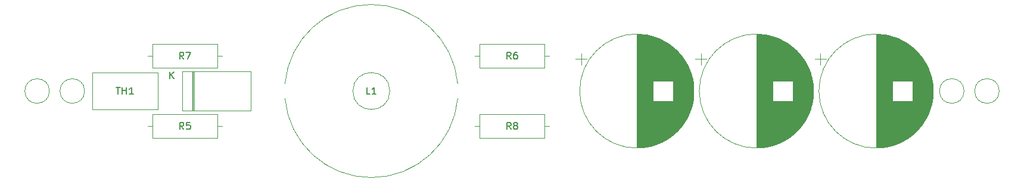
<source format=gto>
G04 #@! TF.GenerationSoftware,KiCad,Pcbnew,9.0.2-9.0.2-0~ubuntu22.04.1*
G04 #@! TF.CreationDate,2025-06-09T06:08:17+02:00*
G04 #@! TF.ProjectId,passive_PSU_Rev-A,70617373-6976-4655-9f50-53555f526576,rev?*
G04 #@! TF.SameCoordinates,Original*
G04 #@! TF.FileFunction,Legend,Top*
G04 #@! TF.FilePolarity,Positive*
%FSLAX46Y46*%
G04 Gerber Fmt 4.6, Leading zero omitted, Abs format (unit mm)*
G04 Created by KiCad (PCBNEW 9.0.2-9.0.2-0~ubuntu22.04.1) date 2025-06-09 06:08:17*
%MOMM*%
%LPD*%
G01*
G04 APERTURE LIST*
%ADD10C,0.150000*%
%ADD11C,0.120000*%
%ADD12C,1.600000*%
%ADD13R,2.400000X2.400000*%
%ADD14C,2.400000*%
%ADD15C,3.000000*%
%ADD16C,2.000000*%
%ADD17O,1.600000X1.600000*%
%ADD18C,3.600000*%
%ADD19C,5.600000*%
%ADD20O,2.400000X2.400000*%
G04 APERTURE END LIST*
D10*
X99833333Y-80454819D02*
X99357143Y-80454819D01*
X99357143Y-80454819D02*
X99357143Y-79454819D01*
X100690476Y-80454819D02*
X100119048Y-80454819D01*
X100404762Y-80454819D02*
X100404762Y-79454819D01*
X100404762Y-79454819D02*
X100309524Y-79597676D01*
X100309524Y-79597676D02*
X100214286Y-79692914D01*
X100214286Y-79692914D02*
X100119048Y-79740533D01*
X63714286Y-79454819D02*
X64285714Y-79454819D01*
X64000000Y-80454819D02*
X64000000Y-79454819D01*
X64619048Y-80454819D02*
X64619048Y-79454819D01*
X64619048Y-79931009D02*
X65190476Y-79931009D01*
X65190476Y-80454819D02*
X65190476Y-79454819D01*
X66190476Y-80454819D02*
X65619048Y-80454819D01*
X65904762Y-80454819D02*
X65904762Y-79454819D01*
X65904762Y-79454819D02*
X65809524Y-79597676D01*
X65809524Y-79597676D02*
X65714286Y-79692914D01*
X65714286Y-79692914D02*
X65619048Y-79740533D01*
X73333333Y-85454819D02*
X73000000Y-84978628D01*
X72761905Y-85454819D02*
X72761905Y-84454819D01*
X72761905Y-84454819D02*
X73142857Y-84454819D01*
X73142857Y-84454819D02*
X73238095Y-84502438D01*
X73238095Y-84502438D02*
X73285714Y-84550057D01*
X73285714Y-84550057D02*
X73333333Y-84645295D01*
X73333333Y-84645295D02*
X73333333Y-84788152D01*
X73333333Y-84788152D02*
X73285714Y-84883390D01*
X73285714Y-84883390D02*
X73238095Y-84931009D01*
X73238095Y-84931009D02*
X73142857Y-84978628D01*
X73142857Y-84978628D02*
X72761905Y-84978628D01*
X74238095Y-84454819D02*
X73761905Y-84454819D01*
X73761905Y-84454819D02*
X73714286Y-84931009D01*
X73714286Y-84931009D02*
X73761905Y-84883390D01*
X73761905Y-84883390D02*
X73857143Y-84835771D01*
X73857143Y-84835771D02*
X74095238Y-84835771D01*
X74095238Y-84835771D02*
X74190476Y-84883390D01*
X74190476Y-84883390D02*
X74238095Y-84931009D01*
X74238095Y-84931009D02*
X74285714Y-85026247D01*
X74285714Y-85026247D02*
X74285714Y-85264342D01*
X74285714Y-85264342D02*
X74238095Y-85359580D01*
X74238095Y-85359580D02*
X74190476Y-85407200D01*
X74190476Y-85407200D02*
X74095238Y-85454819D01*
X74095238Y-85454819D02*
X73857143Y-85454819D01*
X73857143Y-85454819D02*
X73761905Y-85407200D01*
X73761905Y-85407200D02*
X73714286Y-85359580D01*
X73333333Y-75454819D02*
X73000000Y-74978628D01*
X72761905Y-75454819D02*
X72761905Y-74454819D01*
X72761905Y-74454819D02*
X73142857Y-74454819D01*
X73142857Y-74454819D02*
X73238095Y-74502438D01*
X73238095Y-74502438D02*
X73285714Y-74550057D01*
X73285714Y-74550057D02*
X73333333Y-74645295D01*
X73333333Y-74645295D02*
X73333333Y-74788152D01*
X73333333Y-74788152D02*
X73285714Y-74883390D01*
X73285714Y-74883390D02*
X73238095Y-74931009D01*
X73238095Y-74931009D02*
X73142857Y-74978628D01*
X73142857Y-74978628D02*
X72761905Y-74978628D01*
X73666667Y-74454819D02*
X74333333Y-74454819D01*
X74333333Y-74454819D02*
X73904762Y-75454819D01*
X119833333Y-75454819D02*
X119500000Y-74978628D01*
X119261905Y-75454819D02*
X119261905Y-74454819D01*
X119261905Y-74454819D02*
X119642857Y-74454819D01*
X119642857Y-74454819D02*
X119738095Y-74502438D01*
X119738095Y-74502438D02*
X119785714Y-74550057D01*
X119785714Y-74550057D02*
X119833333Y-74645295D01*
X119833333Y-74645295D02*
X119833333Y-74788152D01*
X119833333Y-74788152D02*
X119785714Y-74883390D01*
X119785714Y-74883390D02*
X119738095Y-74931009D01*
X119738095Y-74931009D02*
X119642857Y-74978628D01*
X119642857Y-74978628D02*
X119261905Y-74978628D01*
X120690476Y-74454819D02*
X120500000Y-74454819D01*
X120500000Y-74454819D02*
X120404762Y-74502438D01*
X120404762Y-74502438D02*
X120357143Y-74550057D01*
X120357143Y-74550057D02*
X120261905Y-74692914D01*
X120261905Y-74692914D02*
X120214286Y-74883390D01*
X120214286Y-74883390D02*
X120214286Y-75264342D01*
X120214286Y-75264342D02*
X120261905Y-75359580D01*
X120261905Y-75359580D02*
X120309524Y-75407200D01*
X120309524Y-75407200D02*
X120404762Y-75454819D01*
X120404762Y-75454819D02*
X120595238Y-75454819D01*
X120595238Y-75454819D02*
X120690476Y-75407200D01*
X120690476Y-75407200D02*
X120738095Y-75359580D01*
X120738095Y-75359580D02*
X120785714Y-75264342D01*
X120785714Y-75264342D02*
X120785714Y-75026247D01*
X120785714Y-75026247D02*
X120738095Y-74931009D01*
X120738095Y-74931009D02*
X120690476Y-74883390D01*
X120690476Y-74883390D02*
X120595238Y-74835771D01*
X120595238Y-74835771D02*
X120404762Y-74835771D01*
X120404762Y-74835771D02*
X120309524Y-74883390D01*
X120309524Y-74883390D02*
X120261905Y-74931009D01*
X120261905Y-74931009D02*
X120214286Y-75026247D01*
X119833333Y-85454819D02*
X119500000Y-84978628D01*
X119261905Y-85454819D02*
X119261905Y-84454819D01*
X119261905Y-84454819D02*
X119642857Y-84454819D01*
X119642857Y-84454819D02*
X119738095Y-84502438D01*
X119738095Y-84502438D02*
X119785714Y-84550057D01*
X119785714Y-84550057D02*
X119833333Y-84645295D01*
X119833333Y-84645295D02*
X119833333Y-84788152D01*
X119833333Y-84788152D02*
X119785714Y-84883390D01*
X119785714Y-84883390D02*
X119738095Y-84931009D01*
X119738095Y-84931009D02*
X119642857Y-84978628D01*
X119642857Y-84978628D02*
X119261905Y-84978628D01*
X120404762Y-84883390D02*
X120309524Y-84835771D01*
X120309524Y-84835771D02*
X120261905Y-84788152D01*
X120261905Y-84788152D02*
X120214286Y-84692914D01*
X120214286Y-84692914D02*
X120214286Y-84645295D01*
X120214286Y-84645295D02*
X120261905Y-84550057D01*
X120261905Y-84550057D02*
X120309524Y-84502438D01*
X120309524Y-84502438D02*
X120404762Y-84454819D01*
X120404762Y-84454819D02*
X120595238Y-84454819D01*
X120595238Y-84454819D02*
X120690476Y-84502438D01*
X120690476Y-84502438D02*
X120738095Y-84550057D01*
X120738095Y-84550057D02*
X120785714Y-84645295D01*
X120785714Y-84645295D02*
X120785714Y-84692914D01*
X120785714Y-84692914D02*
X120738095Y-84788152D01*
X120738095Y-84788152D02*
X120690476Y-84835771D01*
X120690476Y-84835771D02*
X120595238Y-84883390D01*
X120595238Y-84883390D02*
X120404762Y-84883390D01*
X120404762Y-84883390D02*
X120309524Y-84931009D01*
X120309524Y-84931009D02*
X120261905Y-84978628D01*
X120261905Y-84978628D02*
X120214286Y-85073866D01*
X120214286Y-85073866D02*
X120214286Y-85264342D01*
X120214286Y-85264342D02*
X120261905Y-85359580D01*
X120261905Y-85359580D02*
X120309524Y-85407200D01*
X120309524Y-85407200D02*
X120404762Y-85454819D01*
X120404762Y-85454819D02*
X120595238Y-85454819D01*
X120595238Y-85454819D02*
X120690476Y-85407200D01*
X120690476Y-85407200D02*
X120738095Y-85359580D01*
X120738095Y-85359580D02*
X120785714Y-85264342D01*
X120785714Y-85264342D02*
X120785714Y-85073866D01*
X120785714Y-85073866D02*
X120738095Y-84978628D01*
X120738095Y-84978628D02*
X120690476Y-84931009D01*
X120690476Y-84931009D02*
X120595238Y-84883390D01*
X71388095Y-78254819D02*
X71388095Y-77254819D01*
X71959523Y-78254819D02*
X71530952Y-77683390D01*
X71959523Y-77254819D02*
X71388095Y-77826247D01*
D11*
X87730685Y-78940000D02*
G75*
G02*
X112279315Y-78940000I12274315J-1060000D01*
G01*
X112279315Y-81060000D02*
G75*
G02*
X87730685Y-81060000I-12274315J1060000D01*
G01*
X102635000Y-80000000D02*
G75*
G02*
X97375000Y-80000000I-2630000J0D01*
G01*
X97375000Y-80000000D02*
G75*
G02*
X102635000Y-80000000I2630000J0D01*
G01*
X146047755Y-75445000D02*
X147647755Y-75445000D01*
X146847755Y-74645000D02*
X146847755Y-76245000D01*
X154737246Y-71920000D02*
X154737246Y-88080000D01*
X154777246Y-71920000D02*
X154777246Y-88080000D01*
X154817246Y-71920000D02*
X154817246Y-88080000D01*
X154857246Y-71921000D02*
X154857246Y-88079000D01*
X154897246Y-71922000D02*
X154897246Y-88078000D01*
X154937246Y-71922000D02*
X154937246Y-88078000D01*
X154977246Y-71924000D02*
X154977246Y-88076000D01*
X155017246Y-71925000D02*
X155017246Y-88075000D01*
X155057246Y-71926000D02*
X155057246Y-88074000D01*
X155097246Y-71928000D02*
X155097246Y-88072000D01*
X155137246Y-71930000D02*
X155137246Y-88070000D01*
X155177246Y-71932000D02*
X155177246Y-88068000D01*
X155217246Y-71934000D02*
X155217246Y-88066000D01*
X155257246Y-71937000D02*
X155257246Y-88063000D01*
X155297246Y-71939000D02*
X155297246Y-88061000D01*
X155337246Y-71942000D02*
X155337246Y-88058000D01*
X155377246Y-71945000D02*
X155377246Y-88055000D01*
X155417246Y-71949000D02*
X155417246Y-88051000D01*
X155457246Y-71952000D02*
X155457246Y-88048000D01*
X155497246Y-71956000D02*
X155497246Y-88044000D01*
X155537246Y-71960000D02*
X155537246Y-88040000D01*
X155577246Y-71964000D02*
X155577246Y-88036000D01*
X155617246Y-71968000D02*
X155617246Y-88032000D01*
X155657246Y-71972000D02*
X155657246Y-88028000D01*
X155697246Y-71977000D02*
X155697246Y-88023000D01*
X155737246Y-71982000D02*
X155737246Y-88018000D01*
X155777246Y-71987000D02*
X155777246Y-88013000D01*
X155817246Y-71992000D02*
X155817246Y-88008000D01*
X155857246Y-71998000D02*
X155857246Y-88002000D01*
X155897246Y-72003000D02*
X155897246Y-87997000D01*
X155937246Y-72009000D02*
X155937246Y-87991000D01*
X155977246Y-72015000D02*
X155977246Y-87985000D01*
X156017246Y-72022000D02*
X156017246Y-87978000D01*
X156057246Y-72028000D02*
X156057246Y-87972000D01*
X156097246Y-72035000D02*
X156097246Y-87965000D01*
X156137246Y-72042000D02*
X156137246Y-87958000D01*
X156177246Y-72049000D02*
X156177246Y-87951000D01*
X156217246Y-72056000D02*
X156217246Y-87944000D01*
X156257246Y-72064000D02*
X156257246Y-87936000D01*
X156297246Y-72071000D02*
X156297246Y-87929000D01*
X156337246Y-72079000D02*
X156337246Y-87921000D01*
X156377246Y-72087000D02*
X156377246Y-87913000D01*
X156417246Y-72096000D02*
X156417246Y-87904000D01*
X156457246Y-72104000D02*
X156457246Y-87896000D01*
X156497246Y-72113000D02*
X156497246Y-87887000D01*
X156537246Y-72122000D02*
X156537246Y-87878000D01*
X156577246Y-72131000D02*
X156577246Y-87869000D01*
X156617246Y-72141000D02*
X156617246Y-87859000D01*
X156657246Y-72150000D02*
X156657246Y-87850000D01*
X156697246Y-72160000D02*
X156697246Y-87840000D01*
X156737246Y-72170000D02*
X156737246Y-87830000D01*
X156777246Y-72180000D02*
X156777246Y-87820000D01*
X156817246Y-72191000D02*
X156817246Y-87809000D01*
X156857246Y-72202000D02*
X156857246Y-87798000D01*
X156897246Y-72213000D02*
X156897246Y-87787000D01*
X156937246Y-72224000D02*
X156937246Y-87776000D01*
X156977246Y-72235000D02*
X156977246Y-87765000D01*
X157017246Y-72247000D02*
X157017246Y-87753000D01*
X157057246Y-72258000D02*
X157057246Y-78560000D01*
X157057246Y-81440000D02*
X157057246Y-87742000D01*
X157097246Y-72271000D02*
X157097246Y-78560000D01*
X157097246Y-81440000D02*
X157097246Y-87729000D01*
X157137246Y-72283000D02*
X157137246Y-78560000D01*
X157137246Y-81440000D02*
X157137246Y-87717000D01*
X157177246Y-72295000D02*
X157177246Y-78560000D01*
X157177246Y-81440000D02*
X157177246Y-87705000D01*
X157217246Y-72308000D02*
X157217246Y-78560000D01*
X157217246Y-81440000D02*
X157217246Y-87692000D01*
X157257246Y-72321000D02*
X157257246Y-78560000D01*
X157257246Y-81440000D02*
X157257246Y-87679000D01*
X157297246Y-72334000D02*
X157297246Y-78560000D01*
X157297246Y-81440000D02*
X157297246Y-87666000D01*
X157337246Y-72348000D02*
X157337246Y-78560000D01*
X157337246Y-81440000D02*
X157337246Y-87652000D01*
X157377246Y-72361000D02*
X157377246Y-78560000D01*
X157377246Y-81440000D02*
X157377246Y-87639000D01*
X157417246Y-72375000D02*
X157417246Y-78560000D01*
X157417246Y-81440000D02*
X157417246Y-87625000D01*
X157457246Y-72389000D02*
X157457246Y-78560000D01*
X157457246Y-81440000D02*
X157457246Y-87611000D01*
X157497246Y-72403000D02*
X157497246Y-78560000D01*
X157497246Y-81440000D02*
X157497246Y-87597000D01*
X157537246Y-72418000D02*
X157537246Y-78560000D01*
X157537246Y-81440000D02*
X157537246Y-87582000D01*
X157577246Y-72433000D02*
X157577246Y-78560000D01*
X157577246Y-81440000D02*
X157577246Y-87567000D01*
X157617246Y-72448000D02*
X157617246Y-78560000D01*
X157617246Y-81440000D02*
X157617246Y-87552000D01*
X157657246Y-72463000D02*
X157657246Y-78560000D01*
X157657246Y-81440000D02*
X157657246Y-87537000D01*
X157697246Y-72479000D02*
X157697246Y-78560000D01*
X157697246Y-81440000D02*
X157697246Y-87521000D01*
X157737246Y-72495000D02*
X157737246Y-78560000D01*
X157737246Y-81440000D02*
X157737246Y-87505000D01*
X157777246Y-72511000D02*
X157777246Y-78560000D01*
X157777246Y-81440000D02*
X157777246Y-87489000D01*
X157817246Y-72527000D02*
X157817246Y-78560000D01*
X157817246Y-81440000D02*
X157817246Y-87473000D01*
X157857246Y-72543000D02*
X157857246Y-78560000D01*
X157857246Y-81440000D02*
X157857246Y-87457000D01*
X157897246Y-72560000D02*
X157897246Y-78560000D01*
X157897246Y-81440000D02*
X157897246Y-87440000D01*
X157937246Y-72577000D02*
X157937246Y-78560000D01*
X157937246Y-81440000D02*
X157937246Y-87423000D01*
X157977246Y-72594000D02*
X157977246Y-78560000D01*
X157977246Y-81440000D02*
X157977246Y-87406000D01*
X158017246Y-72612000D02*
X158017246Y-78560000D01*
X158017246Y-81440000D02*
X158017246Y-87388000D01*
X158057246Y-72630000D02*
X158057246Y-78560000D01*
X158057246Y-81440000D02*
X158057246Y-87370000D01*
X158097246Y-72648000D02*
X158097246Y-78560000D01*
X158097246Y-81440000D02*
X158097246Y-87352000D01*
X158137246Y-72666000D02*
X158137246Y-78560000D01*
X158137246Y-81440000D02*
X158137246Y-87334000D01*
X158177246Y-72685000D02*
X158177246Y-78560000D01*
X158177246Y-81440000D02*
X158177246Y-87315000D01*
X158217246Y-72704000D02*
X158217246Y-78560000D01*
X158217246Y-81440000D02*
X158217246Y-87296000D01*
X158257246Y-72723000D02*
X158257246Y-78560000D01*
X158257246Y-81440000D02*
X158257246Y-87277000D01*
X158297246Y-72742000D02*
X158297246Y-78560000D01*
X158297246Y-81440000D02*
X158297246Y-87258000D01*
X158337246Y-72762000D02*
X158337246Y-78560000D01*
X158337246Y-81440000D02*
X158337246Y-87238000D01*
X158377246Y-72782000D02*
X158377246Y-78560000D01*
X158377246Y-81440000D02*
X158377246Y-87218000D01*
X158417246Y-72802000D02*
X158417246Y-78560000D01*
X158417246Y-81440000D02*
X158417246Y-87198000D01*
X158457246Y-72822000D02*
X158457246Y-78560000D01*
X158457246Y-81440000D02*
X158457246Y-87178000D01*
X158497246Y-72843000D02*
X158497246Y-78560000D01*
X158497246Y-81440000D02*
X158497246Y-87157000D01*
X158537246Y-72864000D02*
X158537246Y-78560000D01*
X158537246Y-81440000D02*
X158537246Y-87136000D01*
X158577246Y-72885000D02*
X158577246Y-78560000D01*
X158577246Y-81440000D02*
X158577246Y-87115000D01*
X158617246Y-72907000D02*
X158617246Y-78560000D01*
X158617246Y-81440000D02*
X158617246Y-87093000D01*
X158657246Y-72929000D02*
X158657246Y-78560000D01*
X158657246Y-81440000D02*
X158657246Y-87071000D01*
X158697246Y-72951000D02*
X158697246Y-78560000D01*
X158697246Y-81440000D02*
X158697246Y-87049000D01*
X158737246Y-72974000D02*
X158737246Y-78560000D01*
X158737246Y-81440000D02*
X158737246Y-87026000D01*
X158777246Y-72996000D02*
X158777246Y-78560000D01*
X158777246Y-81440000D02*
X158777246Y-87004000D01*
X158817246Y-73019000D02*
X158817246Y-78560000D01*
X158817246Y-81440000D02*
X158817246Y-86981000D01*
X158857246Y-73043000D02*
X158857246Y-78560000D01*
X158857246Y-81440000D02*
X158857246Y-86957000D01*
X158897246Y-73067000D02*
X158897246Y-78560000D01*
X158897246Y-81440000D02*
X158897246Y-86933000D01*
X158937246Y-73091000D02*
X158937246Y-78560000D01*
X158937246Y-81440000D02*
X158937246Y-86909000D01*
X158977246Y-73115000D02*
X158977246Y-78560000D01*
X158977246Y-81440000D02*
X158977246Y-86885000D01*
X159017246Y-73140000D02*
X159017246Y-78560000D01*
X159017246Y-81440000D02*
X159017246Y-86860000D01*
X159057246Y-73165000D02*
X159057246Y-78560000D01*
X159057246Y-81440000D02*
X159057246Y-86835000D01*
X159097246Y-73190000D02*
X159097246Y-78560000D01*
X159097246Y-81440000D02*
X159097246Y-86810000D01*
X159137246Y-73215000D02*
X159137246Y-78560000D01*
X159137246Y-81440000D02*
X159137246Y-86785000D01*
X159177246Y-73241000D02*
X159177246Y-78560000D01*
X159177246Y-81440000D02*
X159177246Y-86759000D01*
X159217246Y-73268000D02*
X159217246Y-78560000D01*
X159217246Y-81440000D02*
X159217246Y-86732000D01*
X159257246Y-73294000D02*
X159257246Y-78560000D01*
X159257246Y-81440000D02*
X159257246Y-86706000D01*
X159297246Y-73321000D02*
X159297246Y-78560000D01*
X159297246Y-81440000D02*
X159297246Y-86679000D01*
X159337246Y-73349000D02*
X159337246Y-78560000D01*
X159337246Y-81440000D02*
X159337246Y-86651000D01*
X159377246Y-73376000D02*
X159377246Y-78560000D01*
X159377246Y-81440000D02*
X159377246Y-86624000D01*
X159417246Y-73404000D02*
X159417246Y-78560000D01*
X159417246Y-81440000D02*
X159417246Y-86596000D01*
X159457246Y-73433000D02*
X159457246Y-78560000D01*
X159457246Y-81440000D02*
X159457246Y-86567000D01*
X159497246Y-73461000D02*
X159497246Y-78560000D01*
X159497246Y-81440000D02*
X159497246Y-86539000D01*
X159537246Y-73491000D02*
X159537246Y-78560000D01*
X159537246Y-81440000D02*
X159537246Y-86509000D01*
X159577246Y-73520000D02*
X159577246Y-78560000D01*
X159577246Y-81440000D02*
X159577246Y-86480000D01*
X159617246Y-73550000D02*
X159617246Y-78560000D01*
X159617246Y-81440000D02*
X159617246Y-86450000D01*
X159657246Y-73580000D02*
X159657246Y-78560000D01*
X159657246Y-81440000D02*
X159657246Y-86420000D01*
X159697246Y-73611000D02*
X159697246Y-78560000D01*
X159697246Y-81440000D02*
X159697246Y-86389000D01*
X159737246Y-73642000D02*
X159737246Y-78560000D01*
X159737246Y-81440000D02*
X159737246Y-86358000D01*
X159777246Y-73673000D02*
X159777246Y-78560000D01*
X159777246Y-81440000D02*
X159777246Y-86327000D01*
X159817246Y-73705000D02*
X159817246Y-78560000D01*
X159817246Y-81440000D02*
X159817246Y-86295000D01*
X159857246Y-73738000D02*
X159857246Y-78560000D01*
X159857246Y-81440000D02*
X159857246Y-86262000D01*
X159897246Y-73770000D02*
X159897246Y-78560000D01*
X159897246Y-81440000D02*
X159897246Y-86230000D01*
X159937246Y-73803000D02*
X159937246Y-86197000D01*
X159977246Y-73837000D02*
X159977246Y-86163000D01*
X160017246Y-73871000D02*
X160017246Y-86129000D01*
X160057246Y-73906000D02*
X160057246Y-86094000D01*
X160097246Y-73940000D02*
X160097246Y-86060000D01*
X160137246Y-73976000D02*
X160137246Y-86024000D01*
X160177246Y-74012000D02*
X160177246Y-85988000D01*
X160217246Y-74048000D02*
X160217246Y-85952000D01*
X160257246Y-74085000D02*
X160257246Y-85915000D01*
X160297246Y-74122000D02*
X160297246Y-85878000D01*
X160337246Y-74160000D02*
X160337246Y-85840000D01*
X160377246Y-74198000D02*
X160377246Y-85802000D01*
X160417246Y-74237000D02*
X160417246Y-85763000D01*
X160457246Y-74277000D02*
X160457246Y-85723000D01*
X160497246Y-74317000D02*
X160497246Y-85683000D01*
X160537246Y-74357000D02*
X160537246Y-85643000D01*
X160577246Y-74398000D02*
X160577246Y-85602000D01*
X160617246Y-74440000D02*
X160617246Y-85560000D01*
X160657246Y-74482000D02*
X160657246Y-85518000D01*
X160697246Y-74525000D02*
X160697246Y-85475000D01*
X160737246Y-74569000D02*
X160737246Y-85431000D01*
X160777246Y-74613000D02*
X160777246Y-85387000D01*
X160817246Y-74658000D02*
X160817246Y-85342000D01*
X160857246Y-74703000D02*
X160857246Y-85297000D01*
X160897246Y-74750000D02*
X160897246Y-85250000D01*
X160937246Y-74796000D02*
X160937246Y-85204000D01*
X160977246Y-74844000D02*
X160977246Y-85156000D01*
X161017246Y-74893000D02*
X161017246Y-85107000D01*
X161057246Y-74942000D02*
X161057246Y-85058000D01*
X161097246Y-74992000D02*
X161097246Y-85008000D01*
X161137246Y-75043000D02*
X161137246Y-84957000D01*
X161177246Y-75094000D02*
X161177246Y-84906000D01*
X161217246Y-75147000D02*
X161217246Y-84853000D01*
X161257246Y-75200000D02*
X161257246Y-84800000D01*
X161297246Y-75255000D02*
X161297246Y-84745000D01*
X161337246Y-75310000D02*
X161337246Y-84690000D01*
X161377246Y-75366000D02*
X161377246Y-84634000D01*
X161417246Y-75424000D02*
X161417246Y-84576000D01*
X161457246Y-75482000D02*
X161457246Y-84518000D01*
X161497246Y-75541000D02*
X161497246Y-84459000D01*
X161537246Y-75602000D02*
X161537246Y-84398000D01*
X161577246Y-75664000D02*
X161577246Y-84336000D01*
X161617246Y-75727000D02*
X161617246Y-84273000D01*
X161657246Y-75792000D02*
X161657246Y-84208000D01*
X161697246Y-75858000D02*
X161697246Y-84142000D01*
X161737246Y-75925000D02*
X161737246Y-84075000D01*
X161777246Y-75994000D02*
X161777246Y-84006000D01*
X161817246Y-76064000D02*
X161817246Y-83936000D01*
X161857246Y-76136000D02*
X161857246Y-83864000D01*
X161897246Y-76210000D02*
X161897246Y-83790000D01*
X161937246Y-76286000D02*
X161937246Y-83714000D01*
X161977246Y-76363000D02*
X161977246Y-83637000D01*
X162017246Y-76443000D02*
X162017246Y-83557000D01*
X162057246Y-76525000D02*
X162057246Y-83475000D01*
X162097246Y-76610000D02*
X162097246Y-83390000D01*
X162137246Y-76697000D02*
X162137246Y-83303000D01*
X162177246Y-76787000D02*
X162177246Y-83213000D01*
X162217246Y-76880000D02*
X162217246Y-83120000D01*
X162257246Y-76977000D02*
X162257246Y-83023000D01*
X162297246Y-77077000D02*
X162297246Y-82923000D01*
X162337246Y-77181000D02*
X162337246Y-82819000D01*
X162377246Y-77290000D02*
X162377246Y-82710000D01*
X162417246Y-77403000D02*
X162417246Y-82597000D01*
X162457246Y-77523000D02*
X162457246Y-82477000D01*
X162497246Y-77649000D02*
X162497246Y-82351000D01*
X162537246Y-77783000D02*
X162537246Y-82217000D01*
X162577246Y-77926000D02*
X162577246Y-82074000D01*
X162617246Y-78080000D02*
X162617246Y-81920000D01*
X162657246Y-78249000D02*
X162657246Y-81751000D01*
X162697246Y-78436000D02*
X162697246Y-81564000D01*
X162737246Y-78649000D02*
X162737246Y-81351000D01*
X162777246Y-78903000D02*
X162777246Y-81097000D01*
X162817246Y-79235000D02*
X162817246Y-80765000D01*
X162857246Y-80000000D02*
G75*
G02*
X146617246Y-80000000I-8120000J0D01*
G01*
X146617246Y-80000000D02*
G75*
G02*
X162857246Y-80000000I8120000J0D01*
G01*
X59250000Y-80000000D02*
G75*
G02*
X55750000Y-80000000I-1750000J0D01*
G01*
X55750000Y-80000000D02*
G75*
G02*
X59250000Y-80000000I1750000J0D01*
G01*
X60380000Y-77380000D02*
X60380000Y-82620000D01*
X60380000Y-77380000D02*
X69620000Y-77380000D01*
X60380000Y-82620000D02*
X69620000Y-82620000D01*
X69620000Y-77380000D02*
X69620000Y-82620000D01*
X189250000Y-80000000D02*
G75*
G02*
X185750000Y-80000000I-1750000J0D01*
G01*
X185750000Y-80000000D02*
G75*
G02*
X189250000Y-80000000I1750000J0D01*
G01*
X68190000Y-85000000D02*
X68880000Y-85000000D01*
X68880000Y-83280000D02*
X68880000Y-86720000D01*
X68880000Y-86720000D02*
X78120000Y-86720000D01*
X78120000Y-83280000D02*
X68880000Y-83280000D01*
X78120000Y-86720000D02*
X78120000Y-83280000D01*
X78810000Y-85000000D02*
X78120000Y-85000000D01*
X68190000Y-75000000D02*
X68880000Y-75000000D01*
X68880000Y-73280000D02*
X68880000Y-76720000D01*
X68880000Y-76720000D02*
X78120000Y-76720000D01*
X78120000Y-73280000D02*
X68880000Y-73280000D01*
X78120000Y-76720000D02*
X78120000Y-73280000D01*
X78810000Y-75000000D02*
X78120000Y-75000000D01*
X163047755Y-75445000D02*
X164647755Y-75445000D01*
X163847755Y-74645000D02*
X163847755Y-76245000D01*
X171737246Y-71920000D02*
X171737246Y-88080000D01*
X171777246Y-71920000D02*
X171777246Y-88080000D01*
X171817246Y-71920000D02*
X171817246Y-88080000D01*
X171857246Y-71921000D02*
X171857246Y-88079000D01*
X171897246Y-71922000D02*
X171897246Y-88078000D01*
X171937246Y-71922000D02*
X171937246Y-88078000D01*
X171977246Y-71924000D02*
X171977246Y-88076000D01*
X172017246Y-71925000D02*
X172017246Y-88075000D01*
X172057246Y-71926000D02*
X172057246Y-88074000D01*
X172097246Y-71928000D02*
X172097246Y-88072000D01*
X172137246Y-71930000D02*
X172137246Y-88070000D01*
X172177246Y-71932000D02*
X172177246Y-88068000D01*
X172217246Y-71934000D02*
X172217246Y-88066000D01*
X172257246Y-71937000D02*
X172257246Y-88063000D01*
X172297246Y-71939000D02*
X172297246Y-88061000D01*
X172337246Y-71942000D02*
X172337246Y-88058000D01*
X172377246Y-71945000D02*
X172377246Y-88055000D01*
X172417246Y-71949000D02*
X172417246Y-88051000D01*
X172457246Y-71952000D02*
X172457246Y-88048000D01*
X172497246Y-71956000D02*
X172497246Y-88044000D01*
X172537246Y-71960000D02*
X172537246Y-88040000D01*
X172577246Y-71964000D02*
X172577246Y-88036000D01*
X172617246Y-71968000D02*
X172617246Y-88032000D01*
X172657246Y-71972000D02*
X172657246Y-88028000D01*
X172697246Y-71977000D02*
X172697246Y-88023000D01*
X172737246Y-71982000D02*
X172737246Y-88018000D01*
X172777246Y-71987000D02*
X172777246Y-88013000D01*
X172817246Y-71992000D02*
X172817246Y-88008000D01*
X172857246Y-71998000D02*
X172857246Y-88002000D01*
X172897246Y-72003000D02*
X172897246Y-87997000D01*
X172937246Y-72009000D02*
X172937246Y-87991000D01*
X172977246Y-72015000D02*
X172977246Y-87985000D01*
X173017246Y-72022000D02*
X173017246Y-87978000D01*
X173057246Y-72028000D02*
X173057246Y-87972000D01*
X173097246Y-72035000D02*
X173097246Y-87965000D01*
X173137246Y-72042000D02*
X173137246Y-87958000D01*
X173177246Y-72049000D02*
X173177246Y-87951000D01*
X173217246Y-72056000D02*
X173217246Y-87944000D01*
X173257246Y-72064000D02*
X173257246Y-87936000D01*
X173297246Y-72071000D02*
X173297246Y-87929000D01*
X173337246Y-72079000D02*
X173337246Y-87921000D01*
X173377246Y-72087000D02*
X173377246Y-87913000D01*
X173417246Y-72096000D02*
X173417246Y-87904000D01*
X173457246Y-72104000D02*
X173457246Y-87896000D01*
X173497246Y-72113000D02*
X173497246Y-87887000D01*
X173537246Y-72122000D02*
X173537246Y-87878000D01*
X173577246Y-72131000D02*
X173577246Y-87869000D01*
X173617246Y-72141000D02*
X173617246Y-87859000D01*
X173657246Y-72150000D02*
X173657246Y-87850000D01*
X173697246Y-72160000D02*
X173697246Y-87840000D01*
X173737246Y-72170000D02*
X173737246Y-87830000D01*
X173777246Y-72180000D02*
X173777246Y-87820000D01*
X173817246Y-72191000D02*
X173817246Y-87809000D01*
X173857246Y-72202000D02*
X173857246Y-87798000D01*
X173897246Y-72213000D02*
X173897246Y-87787000D01*
X173937246Y-72224000D02*
X173937246Y-87776000D01*
X173977246Y-72235000D02*
X173977246Y-87765000D01*
X174017246Y-72247000D02*
X174017246Y-87753000D01*
X174057246Y-72258000D02*
X174057246Y-78560000D01*
X174057246Y-81440000D02*
X174057246Y-87742000D01*
X174097246Y-72271000D02*
X174097246Y-78560000D01*
X174097246Y-81440000D02*
X174097246Y-87729000D01*
X174137246Y-72283000D02*
X174137246Y-78560000D01*
X174137246Y-81440000D02*
X174137246Y-87717000D01*
X174177246Y-72295000D02*
X174177246Y-78560000D01*
X174177246Y-81440000D02*
X174177246Y-87705000D01*
X174217246Y-72308000D02*
X174217246Y-78560000D01*
X174217246Y-81440000D02*
X174217246Y-87692000D01*
X174257246Y-72321000D02*
X174257246Y-78560000D01*
X174257246Y-81440000D02*
X174257246Y-87679000D01*
X174297246Y-72334000D02*
X174297246Y-78560000D01*
X174297246Y-81440000D02*
X174297246Y-87666000D01*
X174337246Y-72348000D02*
X174337246Y-78560000D01*
X174337246Y-81440000D02*
X174337246Y-87652000D01*
X174377246Y-72361000D02*
X174377246Y-78560000D01*
X174377246Y-81440000D02*
X174377246Y-87639000D01*
X174417246Y-72375000D02*
X174417246Y-78560000D01*
X174417246Y-81440000D02*
X174417246Y-87625000D01*
X174457246Y-72389000D02*
X174457246Y-78560000D01*
X174457246Y-81440000D02*
X174457246Y-87611000D01*
X174497246Y-72403000D02*
X174497246Y-78560000D01*
X174497246Y-81440000D02*
X174497246Y-87597000D01*
X174537246Y-72418000D02*
X174537246Y-78560000D01*
X174537246Y-81440000D02*
X174537246Y-87582000D01*
X174577246Y-72433000D02*
X174577246Y-78560000D01*
X174577246Y-81440000D02*
X174577246Y-87567000D01*
X174617246Y-72448000D02*
X174617246Y-78560000D01*
X174617246Y-81440000D02*
X174617246Y-87552000D01*
X174657246Y-72463000D02*
X174657246Y-78560000D01*
X174657246Y-81440000D02*
X174657246Y-87537000D01*
X174697246Y-72479000D02*
X174697246Y-78560000D01*
X174697246Y-81440000D02*
X174697246Y-87521000D01*
X174737246Y-72495000D02*
X174737246Y-78560000D01*
X174737246Y-81440000D02*
X174737246Y-87505000D01*
X174777246Y-72511000D02*
X174777246Y-78560000D01*
X174777246Y-81440000D02*
X174777246Y-87489000D01*
X174817246Y-72527000D02*
X174817246Y-78560000D01*
X174817246Y-81440000D02*
X174817246Y-87473000D01*
X174857246Y-72543000D02*
X174857246Y-78560000D01*
X174857246Y-81440000D02*
X174857246Y-87457000D01*
X174897246Y-72560000D02*
X174897246Y-78560000D01*
X174897246Y-81440000D02*
X174897246Y-87440000D01*
X174937246Y-72577000D02*
X174937246Y-78560000D01*
X174937246Y-81440000D02*
X174937246Y-87423000D01*
X174977246Y-72594000D02*
X174977246Y-78560000D01*
X174977246Y-81440000D02*
X174977246Y-87406000D01*
X175017246Y-72612000D02*
X175017246Y-78560000D01*
X175017246Y-81440000D02*
X175017246Y-87388000D01*
X175057246Y-72630000D02*
X175057246Y-78560000D01*
X175057246Y-81440000D02*
X175057246Y-87370000D01*
X175097246Y-72648000D02*
X175097246Y-78560000D01*
X175097246Y-81440000D02*
X175097246Y-87352000D01*
X175137246Y-72666000D02*
X175137246Y-78560000D01*
X175137246Y-81440000D02*
X175137246Y-87334000D01*
X175177246Y-72685000D02*
X175177246Y-78560000D01*
X175177246Y-81440000D02*
X175177246Y-87315000D01*
X175217246Y-72704000D02*
X175217246Y-78560000D01*
X175217246Y-81440000D02*
X175217246Y-87296000D01*
X175257246Y-72723000D02*
X175257246Y-78560000D01*
X175257246Y-81440000D02*
X175257246Y-87277000D01*
X175297246Y-72742000D02*
X175297246Y-78560000D01*
X175297246Y-81440000D02*
X175297246Y-87258000D01*
X175337246Y-72762000D02*
X175337246Y-78560000D01*
X175337246Y-81440000D02*
X175337246Y-87238000D01*
X175377246Y-72782000D02*
X175377246Y-78560000D01*
X175377246Y-81440000D02*
X175377246Y-87218000D01*
X175417246Y-72802000D02*
X175417246Y-78560000D01*
X175417246Y-81440000D02*
X175417246Y-87198000D01*
X175457246Y-72822000D02*
X175457246Y-78560000D01*
X175457246Y-81440000D02*
X175457246Y-87178000D01*
X175497246Y-72843000D02*
X175497246Y-78560000D01*
X175497246Y-81440000D02*
X175497246Y-87157000D01*
X175537246Y-72864000D02*
X175537246Y-78560000D01*
X175537246Y-81440000D02*
X175537246Y-87136000D01*
X175577246Y-72885000D02*
X175577246Y-78560000D01*
X175577246Y-81440000D02*
X175577246Y-87115000D01*
X175617246Y-72907000D02*
X175617246Y-78560000D01*
X175617246Y-81440000D02*
X175617246Y-87093000D01*
X175657246Y-72929000D02*
X175657246Y-78560000D01*
X175657246Y-81440000D02*
X175657246Y-87071000D01*
X175697246Y-72951000D02*
X175697246Y-78560000D01*
X175697246Y-81440000D02*
X175697246Y-87049000D01*
X175737246Y-72974000D02*
X175737246Y-78560000D01*
X175737246Y-81440000D02*
X175737246Y-87026000D01*
X175777246Y-72996000D02*
X175777246Y-78560000D01*
X175777246Y-81440000D02*
X175777246Y-87004000D01*
X175817246Y-73019000D02*
X175817246Y-78560000D01*
X175817246Y-81440000D02*
X175817246Y-86981000D01*
X175857246Y-73043000D02*
X175857246Y-78560000D01*
X175857246Y-81440000D02*
X175857246Y-86957000D01*
X175897246Y-73067000D02*
X175897246Y-78560000D01*
X175897246Y-81440000D02*
X175897246Y-86933000D01*
X175937246Y-73091000D02*
X175937246Y-78560000D01*
X175937246Y-81440000D02*
X175937246Y-86909000D01*
X175977246Y-73115000D02*
X175977246Y-78560000D01*
X175977246Y-81440000D02*
X175977246Y-86885000D01*
X176017246Y-73140000D02*
X176017246Y-78560000D01*
X176017246Y-81440000D02*
X176017246Y-86860000D01*
X176057246Y-73165000D02*
X176057246Y-78560000D01*
X176057246Y-81440000D02*
X176057246Y-86835000D01*
X176097246Y-73190000D02*
X176097246Y-78560000D01*
X176097246Y-81440000D02*
X176097246Y-86810000D01*
X176137246Y-73215000D02*
X176137246Y-78560000D01*
X176137246Y-81440000D02*
X176137246Y-86785000D01*
X176177246Y-73241000D02*
X176177246Y-78560000D01*
X176177246Y-81440000D02*
X176177246Y-86759000D01*
X176217246Y-73268000D02*
X176217246Y-78560000D01*
X176217246Y-81440000D02*
X176217246Y-86732000D01*
X176257246Y-73294000D02*
X176257246Y-78560000D01*
X176257246Y-81440000D02*
X176257246Y-86706000D01*
X176297246Y-73321000D02*
X176297246Y-78560000D01*
X176297246Y-81440000D02*
X176297246Y-86679000D01*
X176337246Y-73349000D02*
X176337246Y-78560000D01*
X176337246Y-81440000D02*
X176337246Y-86651000D01*
X176377246Y-73376000D02*
X176377246Y-78560000D01*
X176377246Y-81440000D02*
X176377246Y-86624000D01*
X176417246Y-73404000D02*
X176417246Y-78560000D01*
X176417246Y-81440000D02*
X176417246Y-86596000D01*
X176457246Y-73433000D02*
X176457246Y-78560000D01*
X176457246Y-81440000D02*
X176457246Y-86567000D01*
X176497246Y-73461000D02*
X176497246Y-78560000D01*
X176497246Y-81440000D02*
X176497246Y-86539000D01*
X176537246Y-73491000D02*
X176537246Y-78560000D01*
X176537246Y-81440000D02*
X176537246Y-86509000D01*
X176577246Y-73520000D02*
X176577246Y-78560000D01*
X176577246Y-81440000D02*
X176577246Y-86480000D01*
X176617246Y-73550000D02*
X176617246Y-78560000D01*
X176617246Y-81440000D02*
X176617246Y-86450000D01*
X176657246Y-73580000D02*
X176657246Y-78560000D01*
X176657246Y-81440000D02*
X176657246Y-86420000D01*
X176697246Y-73611000D02*
X176697246Y-78560000D01*
X176697246Y-81440000D02*
X176697246Y-86389000D01*
X176737246Y-73642000D02*
X176737246Y-78560000D01*
X176737246Y-81440000D02*
X176737246Y-86358000D01*
X176777246Y-73673000D02*
X176777246Y-78560000D01*
X176777246Y-81440000D02*
X176777246Y-86327000D01*
X176817246Y-73705000D02*
X176817246Y-78560000D01*
X176817246Y-81440000D02*
X176817246Y-86295000D01*
X176857246Y-73738000D02*
X176857246Y-78560000D01*
X176857246Y-81440000D02*
X176857246Y-86262000D01*
X176897246Y-73770000D02*
X176897246Y-78560000D01*
X176897246Y-81440000D02*
X176897246Y-86230000D01*
X176937246Y-73803000D02*
X176937246Y-86197000D01*
X176977246Y-73837000D02*
X176977246Y-86163000D01*
X177017246Y-73871000D02*
X177017246Y-86129000D01*
X177057246Y-73906000D02*
X177057246Y-86094000D01*
X177097246Y-73940000D02*
X177097246Y-86060000D01*
X177137246Y-73976000D02*
X177137246Y-86024000D01*
X177177246Y-74012000D02*
X177177246Y-85988000D01*
X177217246Y-74048000D02*
X177217246Y-85952000D01*
X177257246Y-74085000D02*
X177257246Y-85915000D01*
X177297246Y-74122000D02*
X177297246Y-85878000D01*
X177337246Y-74160000D02*
X177337246Y-85840000D01*
X177377246Y-74198000D02*
X177377246Y-85802000D01*
X177417246Y-74237000D02*
X177417246Y-85763000D01*
X177457246Y-74277000D02*
X177457246Y-85723000D01*
X177497246Y-74317000D02*
X177497246Y-85683000D01*
X177537246Y-74357000D02*
X177537246Y-85643000D01*
X177577246Y-74398000D02*
X177577246Y-85602000D01*
X177617246Y-74440000D02*
X177617246Y-85560000D01*
X177657246Y-74482000D02*
X177657246Y-85518000D01*
X177697246Y-74525000D02*
X177697246Y-85475000D01*
X177737246Y-74569000D02*
X177737246Y-85431000D01*
X177777246Y-74613000D02*
X177777246Y-85387000D01*
X177817246Y-74658000D02*
X177817246Y-85342000D01*
X177857246Y-74703000D02*
X177857246Y-85297000D01*
X177897246Y-74750000D02*
X177897246Y-85250000D01*
X177937246Y-74796000D02*
X177937246Y-85204000D01*
X177977246Y-74844000D02*
X177977246Y-85156000D01*
X178017246Y-74893000D02*
X178017246Y-85107000D01*
X178057246Y-74942000D02*
X178057246Y-85058000D01*
X178097246Y-74992000D02*
X178097246Y-85008000D01*
X178137246Y-75043000D02*
X178137246Y-84957000D01*
X178177246Y-75094000D02*
X178177246Y-84906000D01*
X178217246Y-75147000D02*
X178217246Y-84853000D01*
X178257246Y-75200000D02*
X178257246Y-84800000D01*
X178297246Y-75255000D02*
X178297246Y-84745000D01*
X178337246Y-75310000D02*
X178337246Y-84690000D01*
X178377246Y-75366000D02*
X178377246Y-84634000D01*
X178417246Y-75424000D02*
X178417246Y-84576000D01*
X178457246Y-75482000D02*
X178457246Y-84518000D01*
X178497246Y-75541000D02*
X178497246Y-84459000D01*
X178537246Y-75602000D02*
X178537246Y-84398000D01*
X178577246Y-75664000D02*
X178577246Y-84336000D01*
X178617246Y-75727000D02*
X178617246Y-84273000D01*
X178657246Y-75792000D02*
X178657246Y-84208000D01*
X178697246Y-75858000D02*
X178697246Y-84142000D01*
X178737246Y-75925000D02*
X178737246Y-84075000D01*
X178777246Y-75994000D02*
X178777246Y-84006000D01*
X178817246Y-76064000D02*
X178817246Y-83936000D01*
X178857246Y-76136000D02*
X178857246Y-83864000D01*
X178897246Y-76210000D02*
X178897246Y-83790000D01*
X178937246Y-76286000D02*
X178937246Y-83714000D01*
X178977246Y-76363000D02*
X178977246Y-83637000D01*
X179017246Y-76443000D02*
X179017246Y-83557000D01*
X179057246Y-76525000D02*
X179057246Y-83475000D01*
X179097246Y-76610000D02*
X179097246Y-83390000D01*
X179137246Y-76697000D02*
X179137246Y-83303000D01*
X179177246Y-76787000D02*
X179177246Y-83213000D01*
X179217246Y-76880000D02*
X179217246Y-83120000D01*
X179257246Y-76977000D02*
X179257246Y-83023000D01*
X179297246Y-77077000D02*
X179297246Y-82923000D01*
X179337246Y-77181000D02*
X179337246Y-82819000D01*
X179377246Y-77290000D02*
X179377246Y-82710000D01*
X179417246Y-77403000D02*
X179417246Y-82597000D01*
X179457246Y-77523000D02*
X179457246Y-82477000D01*
X179497246Y-77649000D02*
X179497246Y-82351000D01*
X179537246Y-77783000D02*
X179537246Y-82217000D01*
X179577246Y-77926000D02*
X179577246Y-82074000D01*
X179617246Y-78080000D02*
X179617246Y-81920000D01*
X179657246Y-78249000D02*
X179657246Y-81751000D01*
X179697246Y-78436000D02*
X179697246Y-81564000D01*
X179737246Y-78649000D02*
X179737246Y-81351000D01*
X179777246Y-78903000D02*
X179777246Y-81097000D01*
X179817246Y-79235000D02*
X179817246Y-80765000D01*
X179857246Y-80000000D02*
G75*
G02*
X163617246Y-80000000I-8120000J0D01*
G01*
X163617246Y-80000000D02*
G75*
G02*
X179857246Y-80000000I8120000J0D01*
G01*
X54250000Y-80000000D02*
G75*
G02*
X50750000Y-80000000I-1750000J0D01*
G01*
X50750000Y-80000000D02*
G75*
G02*
X54250000Y-80000000I1750000J0D01*
G01*
X114690000Y-75000000D02*
X115380000Y-75000000D01*
X115380000Y-73280000D02*
X115380000Y-76720000D01*
X115380000Y-76720000D02*
X124620000Y-76720000D01*
X124620000Y-73280000D02*
X115380000Y-73280000D01*
X124620000Y-76720000D02*
X124620000Y-73280000D01*
X125310000Y-75000000D02*
X124620000Y-75000000D01*
X114690000Y-85000000D02*
X115380000Y-85000000D01*
X115380000Y-83280000D02*
X115380000Y-86720000D01*
X115380000Y-86720000D02*
X124620000Y-86720000D01*
X124620000Y-83280000D02*
X115380000Y-83280000D01*
X124620000Y-86720000D02*
X124620000Y-83280000D01*
X125310000Y-85000000D02*
X124620000Y-85000000D01*
X129047755Y-75445000D02*
X130647755Y-75445000D01*
X129847755Y-74645000D02*
X129847755Y-76245000D01*
X137737246Y-71920000D02*
X137737246Y-88080000D01*
X137777246Y-71920000D02*
X137777246Y-88080000D01*
X137817246Y-71920000D02*
X137817246Y-88080000D01*
X137857246Y-71921000D02*
X137857246Y-88079000D01*
X137897246Y-71922000D02*
X137897246Y-88078000D01*
X137937246Y-71922000D02*
X137937246Y-88078000D01*
X137977246Y-71924000D02*
X137977246Y-88076000D01*
X138017246Y-71925000D02*
X138017246Y-88075000D01*
X138057246Y-71926000D02*
X138057246Y-88074000D01*
X138097246Y-71928000D02*
X138097246Y-88072000D01*
X138137246Y-71930000D02*
X138137246Y-88070000D01*
X138177246Y-71932000D02*
X138177246Y-88068000D01*
X138217246Y-71934000D02*
X138217246Y-88066000D01*
X138257246Y-71937000D02*
X138257246Y-88063000D01*
X138297246Y-71939000D02*
X138297246Y-88061000D01*
X138337246Y-71942000D02*
X138337246Y-88058000D01*
X138377246Y-71945000D02*
X138377246Y-88055000D01*
X138417246Y-71949000D02*
X138417246Y-88051000D01*
X138457246Y-71952000D02*
X138457246Y-88048000D01*
X138497246Y-71956000D02*
X138497246Y-88044000D01*
X138537246Y-71960000D02*
X138537246Y-88040000D01*
X138577246Y-71964000D02*
X138577246Y-88036000D01*
X138617246Y-71968000D02*
X138617246Y-88032000D01*
X138657246Y-71972000D02*
X138657246Y-88028000D01*
X138697246Y-71977000D02*
X138697246Y-88023000D01*
X138737246Y-71982000D02*
X138737246Y-88018000D01*
X138777246Y-71987000D02*
X138777246Y-88013000D01*
X138817246Y-71992000D02*
X138817246Y-88008000D01*
X138857246Y-71998000D02*
X138857246Y-88002000D01*
X138897246Y-72003000D02*
X138897246Y-87997000D01*
X138937246Y-72009000D02*
X138937246Y-87991000D01*
X138977246Y-72015000D02*
X138977246Y-87985000D01*
X139017246Y-72022000D02*
X139017246Y-87978000D01*
X139057246Y-72028000D02*
X139057246Y-87972000D01*
X139097246Y-72035000D02*
X139097246Y-87965000D01*
X139137246Y-72042000D02*
X139137246Y-87958000D01*
X139177246Y-72049000D02*
X139177246Y-87951000D01*
X139217246Y-72056000D02*
X139217246Y-87944000D01*
X139257246Y-72064000D02*
X139257246Y-87936000D01*
X139297246Y-72071000D02*
X139297246Y-87929000D01*
X139337246Y-72079000D02*
X139337246Y-87921000D01*
X139377246Y-72087000D02*
X139377246Y-87913000D01*
X139417246Y-72096000D02*
X139417246Y-87904000D01*
X139457246Y-72104000D02*
X139457246Y-87896000D01*
X139497246Y-72113000D02*
X139497246Y-87887000D01*
X139537246Y-72122000D02*
X139537246Y-87878000D01*
X139577246Y-72131000D02*
X139577246Y-87869000D01*
X139617246Y-72141000D02*
X139617246Y-87859000D01*
X139657246Y-72150000D02*
X139657246Y-87850000D01*
X139697246Y-72160000D02*
X139697246Y-87840000D01*
X139737246Y-72170000D02*
X139737246Y-87830000D01*
X139777246Y-72180000D02*
X139777246Y-87820000D01*
X139817246Y-72191000D02*
X139817246Y-87809000D01*
X139857246Y-72202000D02*
X139857246Y-87798000D01*
X139897246Y-72213000D02*
X139897246Y-87787000D01*
X139937246Y-72224000D02*
X139937246Y-87776000D01*
X139977246Y-72235000D02*
X139977246Y-87765000D01*
X140017246Y-72247000D02*
X140017246Y-87753000D01*
X140057246Y-72258000D02*
X140057246Y-78560000D01*
X140057246Y-81440000D02*
X140057246Y-87742000D01*
X140097246Y-72271000D02*
X140097246Y-78560000D01*
X140097246Y-81440000D02*
X140097246Y-87729000D01*
X140137246Y-72283000D02*
X140137246Y-78560000D01*
X140137246Y-81440000D02*
X140137246Y-87717000D01*
X140177246Y-72295000D02*
X140177246Y-78560000D01*
X140177246Y-81440000D02*
X140177246Y-87705000D01*
X140217246Y-72308000D02*
X140217246Y-78560000D01*
X140217246Y-81440000D02*
X140217246Y-87692000D01*
X140257246Y-72321000D02*
X140257246Y-78560000D01*
X140257246Y-81440000D02*
X140257246Y-87679000D01*
X140297246Y-72334000D02*
X140297246Y-78560000D01*
X140297246Y-81440000D02*
X140297246Y-87666000D01*
X140337246Y-72348000D02*
X140337246Y-78560000D01*
X140337246Y-81440000D02*
X140337246Y-87652000D01*
X140377246Y-72361000D02*
X140377246Y-78560000D01*
X140377246Y-81440000D02*
X140377246Y-87639000D01*
X140417246Y-72375000D02*
X140417246Y-78560000D01*
X140417246Y-81440000D02*
X140417246Y-87625000D01*
X140457246Y-72389000D02*
X140457246Y-78560000D01*
X140457246Y-81440000D02*
X140457246Y-87611000D01*
X140497246Y-72403000D02*
X140497246Y-78560000D01*
X140497246Y-81440000D02*
X140497246Y-87597000D01*
X140537246Y-72418000D02*
X140537246Y-78560000D01*
X140537246Y-81440000D02*
X140537246Y-87582000D01*
X140577246Y-72433000D02*
X140577246Y-78560000D01*
X140577246Y-81440000D02*
X140577246Y-87567000D01*
X140617246Y-72448000D02*
X140617246Y-78560000D01*
X140617246Y-81440000D02*
X140617246Y-87552000D01*
X140657246Y-72463000D02*
X140657246Y-78560000D01*
X140657246Y-81440000D02*
X140657246Y-87537000D01*
X140697246Y-72479000D02*
X140697246Y-78560000D01*
X140697246Y-81440000D02*
X140697246Y-87521000D01*
X140737246Y-72495000D02*
X140737246Y-78560000D01*
X140737246Y-81440000D02*
X140737246Y-87505000D01*
X140777246Y-72511000D02*
X140777246Y-78560000D01*
X140777246Y-81440000D02*
X140777246Y-87489000D01*
X140817246Y-72527000D02*
X140817246Y-78560000D01*
X140817246Y-81440000D02*
X140817246Y-87473000D01*
X140857246Y-72543000D02*
X140857246Y-78560000D01*
X140857246Y-81440000D02*
X140857246Y-87457000D01*
X140897246Y-72560000D02*
X140897246Y-78560000D01*
X140897246Y-81440000D02*
X140897246Y-87440000D01*
X140937246Y-72577000D02*
X140937246Y-78560000D01*
X140937246Y-81440000D02*
X140937246Y-87423000D01*
X140977246Y-72594000D02*
X140977246Y-78560000D01*
X140977246Y-81440000D02*
X140977246Y-87406000D01*
X141017246Y-72612000D02*
X141017246Y-78560000D01*
X141017246Y-81440000D02*
X141017246Y-87388000D01*
X141057246Y-72630000D02*
X141057246Y-78560000D01*
X141057246Y-81440000D02*
X141057246Y-87370000D01*
X141097246Y-72648000D02*
X141097246Y-78560000D01*
X141097246Y-81440000D02*
X141097246Y-87352000D01*
X141137246Y-72666000D02*
X141137246Y-78560000D01*
X141137246Y-81440000D02*
X141137246Y-87334000D01*
X141177246Y-72685000D02*
X141177246Y-78560000D01*
X141177246Y-81440000D02*
X141177246Y-87315000D01*
X141217246Y-72704000D02*
X141217246Y-78560000D01*
X141217246Y-81440000D02*
X141217246Y-87296000D01*
X141257246Y-72723000D02*
X141257246Y-78560000D01*
X141257246Y-81440000D02*
X141257246Y-87277000D01*
X141297246Y-72742000D02*
X141297246Y-78560000D01*
X141297246Y-81440000D02*
X141297246Y-87258000D01*
X141337246Y-72762000D02*
X141337246Y-78560000D01*
X141337246Y-81440000D02*
X141337246Y-87238000D01*
X141377246Y-72782000D02*
X141377246Y-78560000D01*
X141377246Y-81440000D02*
X141377246Y-87218000D01*
X141417246Y-72802000D02*
X141417246Y-78560000D01*
X141417246Y-81440000D02*
X141417246Y-87198000D01*
X141457246Y-72822000D02*
X141457246Y-78560000D01*
X141457246Y-81440000D02*
X141457246Y-87178000D01*
X141497246Y-72843000D02*
X141497246Y-78560000D01*
X141497246Y-81440000D02*
X141497246Y-87157000D01*
X141537246Y-72864000D02*
X141537246Y-78560000D01*
X141537246Y-81440000D02*
X141537246Y-87136000D01*
X141577246Y-72885000D02*
X141577246Y-78560000D01*
X141577246Y-81440000D02*
X141577246Y-87115000D01*
X141617246Y-72907000D02*
X141617246Y-78560000D01*
X141617246Y-81440000D02*
X141617246Y-87093000D01*
X141657246Y-72929000D02*
X141657246Y-78560000D01*
X141657246Y-81440000D02*
X141657246Y-87071000D01*
X141697246Y-72951000D02*
X141697246Y-78560000D01*
X141697246Y-81440000D02*
X141697246Y-87049000D01*
X141737246Y-72974000D02*
X141737246Y-78560000D01*
X141737246Y-81440000D02*
X141737246Y-87026000D01*
X141777246Y-72996000D02*
X141777246Y-78560000D01*
X141777246Y-81440000D02*
X141777246Y-87004000D01*
X141817246Y-73019000D02*
X141817246Y-78560000D01*
X141817246Y-81440000D02*
X141817246Y-86981000D01*
X141857246Y-73043000D02*
X141857246Y-78560000D01*
X141857246Y-81440000D02*
X141857246Y-86957000D01*
X141897246Y-73067000D02*
X141897246Y-78560000D01*
X141897246Y-81440000D02*
X141897246Y-86933000D01*
X141937246Y-73091000D02*
X141937246Y-78560000D01*
X141937246Y-81440000D02*
X141937246Y-86909000D01*
X141977246Y-73115000D02*
X141977246Y-78560000D01*
X141977246Y-81440000D02*
X141977246Y-86885000D01*
X142017246Y-73140000D02*
X142017246Y-78560000D01*
X142017246Y-81440000D02*
X142017246Y-86860000D01*
X142057246Y-73165000D02*
X142057246Y-78560000D01*
X142057246Y-81440000D02*
X142057246Y-86835000D01*
X142097246Y-73190000D02*
X142097246Y-78560000D01*
X142097246Y-81440000D02*
X142097246Y-86810000D01*
X142137246Y-73215000D02*
X142137246Y-78560000D01*
X142137246Y-81440000D02*
X142137246Y-86785000D01*
X142177246Y-73241000D02*
X142177246Y-78560000D01*
X142177246Y-81440000D02*
X142177246Y-86759000D01*
X142217246Y-73268000D02*
X142217246Y-78560000D01*
X142217246Y-81440000D02*
X142217246Y-86732000D01*
X142257246Y-73294000D02*
X142257246Y-78560000D01*
X142257246Y-81440000D02*
X142257246Y-86706000D01*
X142297246Y-73321000D02*
X142297246Y-78560000D01*
X142297246Y-81440000D02*
X142297246Y-86679000D01*
X142337246Y-73349000D02*
X142337246Y-78560000D01*
X142337246Y-81440000D02*
X142337246Y-86651000D01*
X142377246Y-73376000D02*
X142377246Y-78560000D01*
X142377246Y-81440000D02*
X142377246Y-86624000D01*
X142417246Y-73404000D02*
X142417246Y-78560000D01*
X142417246Y-81440000D02*
X142417246Y-86596000D01*
X142457246Y-73433000D02*
X142457246Y-78560000D01*
X142457246Y-81440000D02*
X142457246Y-86567000D01*
X142497246Y-73461000D02*
X142497246Y-78560000D01*
X142497246Y-81440000D02*
X142497246Y-86539000D01*
X142537246Y-73491000D02*
X142537246Y-78560000D01*
X142537246Y-81440000D02*
X142537246Y-86509000D01*
X142577246Y-73520000D02*
X142577246Y-78560000D01*
X142577246Y-81440000D02*
X142577246Y-86480000D01*
X142617246Y-73550000D02*
X142617246Y-78560000D01*
X142617246Y-81440000D02*
X142617246Y-86450000D01*
X142657246Y-73580000D02*
X142657246Y-78560000D01*
X142657246Y-81440000D02*
X142657246Y-86420000D01*
X142697246Y-73611000D02*
X142697246Y-78560000D01*
X142697246Y-81440000D02*
X142697246Y-86389000D01*
X142737246Y-73642000D02*
X142737246Y-78560000D01*
X142737246Y-81440000D02*
X142737246Y-86358000D01*
X142777246Y-73673000D02*
X142777246Y-78560000D01*
X142777246Y-81440000D02*
X142777246Y-86327000D01*
X142817246Y-73705000D02*
X142817246Y-78560000D01*
X142817246Y-81440000D02*
X142817246Y-86295000D01*
X142857246Y-73738000D02*
X142857246Y-78560000D01*
X142857246Y-81440000D02*
X142857246Y-86262000D01*
X142897246Y-73770000D02*
X142897246Y-78560000D01*
X142897246Y-81440000D02*
X142897246Y-86230000D01*
X142937246Y-73803000D02*
X142937246Y-86197000D01*
X142977246Y-73837000D02*
X142977246Y-86163000D01*
X143017246Y-73871000D02*
X143017246Y-86129000D01*
X143057246Y-73906000D02*
X143057246Y-86094000D01*
X143097246Y-73940000D02*
X143097246Y-86060000D01*
X143137246Y-73976000D02*
X143137246Y-86024000D01*
X143177246Y-74012000D02*
X143177246Y-85988000D01*
X143217246Y-74048000D02*
X143217246Y-85952000D01*
X143257246Y-74085000D02*
X143257246Y-85915000D01*
X143297246Y-74122000D02*
X143297246Y-85878000D01*
X143337246Y-74160000D02*
X143337246Y-85840000D01*
X143377246Y-74198000D02*
X143377246Y-85802000D01*
X143417246Y-74237000D02*
X143417246Y-85763000D01*
X143457246Y-74277000D02*
X143457246Y-85723000D01*
X143497246Y-74317000D02*
X143497246Y-85683000D01*
X143537246Y-74357000D02*
X143537246Y-85643000D01*
X143577246Y-74398000D02*
X143577246Y-85602000D01*
X143617246Y-74440000D02*
X143617246Y-85560000D01*
X143657246Y-74482000D02*
X143657246Y-85518000D01*
X143697246Y-74525000D02*
X143697246Y-85475000D01*
X143737246Y-74569000D02*
X143737246Y-85431000D01*
X143777246Y-74613000D02*
X143777246Y-85387000D01*
X143817246Y-74658000D02*
X143817246Y-85342000D01*
X143857246Y-74703000D02*
X143857246Y-85297000D01*
X143897246Y-74750000D02*
X143897246Y-85250000D01*
X143937246Y-74796000D02*
X143937246Y-85204000D01*
X143977246Y-74844000D02*
X143977246Y-85156000D01*
X144017246Y-74893000D02*
X144017246Y-85107000D01*
X144057246Y-74942000D02*
X144057246Y-85058000D01*
X144097246Y-74992000D02*
X144097246Y-85008000D01*
X144137246Y-75043000D02*
X144137246Y-84957000D01*
X144177246Y-75094000D02*
X144177246Y-84906000D01*
X144217246Y-75147000D02*
X144217246Y-84853000D01*
X144257246Y-75200000D02*
X144257246Y-84800000D01*
X144297246Y-75255000D02*
X144297246Y-84745000D01*
X144337246Y-75310000D02*
X144337246Y-84690000D01*
X144377246Y-75366000D02*
X144377246Y-84634000D01*
X144417246Y-75424000D02*
X144417246Y-84576000D01*
X144457246Y-75482000D02*
X144457246Y-84518000D01*
X144497246Y-75541000D02*
X144497246Y-84459000D01*
X144537246Y-75602000D02*
X144537246Y-84398000D01*
X144577246Y-75664000D02*
X144577246Y-84336000D01*
X144617246Y-75727000D02*
X144617246Y-84273000D01*
X144657246Y-75792000D02*
X144657246Y-84208000D01*
X144697246Y-75858000D02*
X144697246Y-84142000D01*
X144737246Y-75925000D02*
X144737246Y-84075000D01*
X144777246Y-75994000D02*
X144777246Y-84006000D01*
X144817246Y-76064000D02*
X144817246Y-83936000D01*
X144857246Y-76136000D02*
X144857246Y-83864000D01*
X144897246Y-76210000D02*
X144897246Y-83790000D01*
X144937246Y-76286000D02*
X144937246Y-83714000D01*
X144977246Y-76363000D02*
X144977246Y-83637000D01*
X145017246Y-76443000D02*
X145017246Y-83557000D01*
X145057246Y-76525000D02*
X145057246Y-83475000D01*
X145097246Y-76610000D02*
X145097246Y-83390000D01*
X145137246Y-76697000D02*
X145137246Y-83303000D01*
X145177246Y-76787000D02*
X145177246Y-83213000D01*
X145217246Y-76880000D02*
X145217246Y-83120000D01*
X145257246Y-76977000D02*
X145257246Y-83023000D01*
X145297246Y-77077000D02*
X145297246Y-82923000D01*
X145337246Y-77181000D02*
X145337246Y-82819000D01*
X145377246Y-77290000D02*
X145377246Y-82710000D01*
X145417246Y-77403000D02*
X145417246Y-82597000D01*
X145457246Y-77523000D02*
X145457246Y-82477000D01*
X145497246Y-77649000D02*
X145497246Y-82351000D01*
X145537246Y-77783000D02*
X145537246Y-82217000D01*
X145577246Y-77926000D02*
X145577246Y-82074000D01*
X145617246Y-78080000D02*
X145617246Y-81920000D01*
X145657246Y-78249000D02*
X145657246Y-81751000D01*
X145697246Y-78436000D02*
X145697246Y-81564000D01*
X145737246Y-78649000D02*
X145737246Y-81351000D01*
X145777246Y-78903000D02*
X145777246Y-81097000D01*
X145817246Y-79235000D02*
X145817246Y-80765000D01*
X145857246Y-80000000D02*
G75*
G02*
X129617246Y-80000000I-8120000J0D01*
G01*
X129617246Y-80000000D02*
G75*
G02*
X145857246Y-80000000I8120000J0D01*
G01*
X184250000Y-80000000D02*
G75*
G02*
X180750000Y-80000000I-1750000J0D01*
G01*
X180750000Y-80000000D02*
G75*
G02*
X184250000Y-80000000I1750000J0D01*
G01*
X73090000Y-80000000D02*
X73120000Y-80000000D01*
X73120000Y-77215000D02*
X73120000Y-82785000D01*
X73120000Y-82785000D02*
X82880000Y-82785000D01*
X74548000Y-77215000D02*
X74548000Y-82785000D01*
X74668000Y-77215000D02*
X74668000Y-82785000D01*
X74788000Y-77215000D02*
X74788000Y-82785000D01*
X82880000Y-77215000D02*
X73120000Y-77215000D01*
X82880000Y-82785000D02*
X82880000Y-77215000D01*
X82910000Y-80000000D02*
X82880000Y-80000000D01*
%LPC*%
D12*
X88555000Y-80000000D03*
X111455000Y-80000000D03*
D13*
X150987246Y-80000000D03*
D14*
X158487246Y-80000000D03*
D15*
X57500000Y-80000000D03*
D16*
X62500000Y-80000000D03*
X67500000Y-80000000D03*
D15*
X187500000Y-80000000D03*
D12*
X67150000Y-85000000D03*
D17*
X79850000Y-85000000D03*
D12*
X67150000Y-75000000D03*
D17*
X79850000Y-75000000D03*
D13*
X167987246Y-80000000D03*
D14*
X175487246Y-80000000D03*
D15*
X52500000Y-80000000D03*
D12*
X113650000Y-75000000D03*
D17*
X126350000Y-75000000D03*
D12*
X113650000Y-85000000D03*
D17*
X126350000Y-85000000D03*
D18*
X186500000Y-89000000D03*
D19*
X186500000Y-89000000D03*
D13*
X133987246Y-80000000D03*
D14*
X141487246Y-80000000D03*
D15*
X182500000Y-80000000D03*
D18*
X53500000Y-89000000D03*
D19*
X53500000Y-89000000D03*
D18*
X186500000Y-71000000D03*
D19*
X186500000Y-71000000D03*
D13*
X71650000Y-80000000D03*
D20*
X84350000Y-80000000D03*
D18*
X53500000Y-71000000D03*
D19*
X53500000Y-71000000D03*
%LPD*%
M02*

</source>
